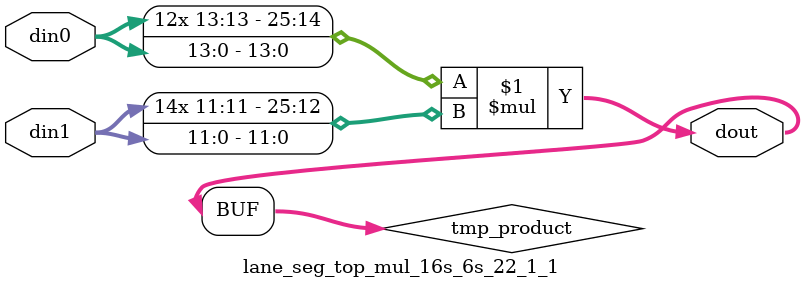
<source format=v>

`timescale 1 ns / 1 ps

  module lane_seg_top_mul_16s_6s_22_1_1(din0, din1, dout);
parameter ID = 1;
parameter NUM_STAGE = 0;
parameter din0_WIDTH = 14;
parameter din1_WIDTH = 12;
parameter dout_WIDTH = 26;

input [din0_WIDTH - 1 : 0] din0; 
input [din1_WIDTH - 1 : 0] din1; 
output [dout_WIDTH - 1 : 0] dout;

wire signed [dout_WIDTH - 1 : 0] tmp_product;













assign tmp_product = $signed(din0) * $signed(din1);








assign dout = tmp_product;







endmodule

</source>
